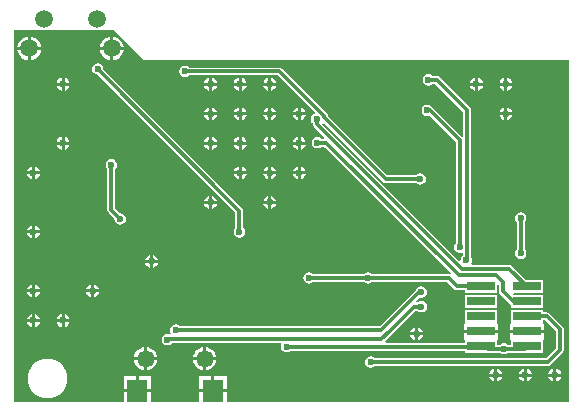
<source format=gbl>
G04 Layer_Physical_Order=2*
G04 Layer_Color=11436288*
%FSLAX25Y25*%
%MOIN*%
G70*
G01*
G75*
%ADD29C,0.01201*%
%ADD30C,0.01200*%
%ADD32C,0.02362*%
%ADD33C,0.05906*%
%ADD34C,0.05709*%
%ADD35R,0.07087X0.07480*%
%ADD36R,0.09449X0.02992*%
G36*
X143701Y214567D02*
X285433D01*
Y100394D01*
X171276D01*
Y103776D01*
X162189D01*
Y100394D01*
X146079D01*
Y103776D01*
X136992D01*
Y100394D01*
X100394D01*
X100394Y224409D01*
X133858Y224410D01*
X143701Y214567D01*
D02*
G37*
%LPC*%
G36*
X145801Y149475D02*
X145450Y149405D01*
X144728Y148923D01*
X144246Y148201D01*
X144176Y147850D01*
X145801D01*
Y149475D01*
D02*
G37*
G36*
X146801D02*
Y147850D01*
X148425D01*
X148355Y148201D01*
X147873Y148923D01*
X147152Y149405D01*
X146801Y149475D01*
D02*
G37*
G36*
X145801Y146850D02*
X144176D01*
X144246Y146499D01*
X144728Y145778D01*
X145450Y145296D01*
X145801Y145226D01*
Y146850D01*
D02*
G37*
G36*
X148425D02*
X146801D01*
Y145226D01*
X147152Y145296D01*
X147873Y145778D01*
X148355Y146499D01*
X148425Y146850D01*
D02*
G37*
G36*
X269291Y163729D02*
X268557Y163583D01*
X267935Y163167D01*
X267519Y162545D01*
X267373Y161811D01*
X267519Y161077D01*
X267935Y160455D01*
X267966Y160434D01*
Y151377D01*
X267935Y151356D01*
X267519Y150734D01*
X267373Y150000D01*
X267519Y149266D01*
X267935Y148644D01*
X268557Y148228D01*
X269291Y148082D01*
X270025Y148228D01*
X270648Y148644D01*
X271063Y149266D01*
X271209Y150000D01*
X271063Y150734D01*
X270648Y151356D01*
X270617Y151377D01*
Y160434D01*
X270648Y160455D01*
X271063Y161077D01*
X271209Y161811D01*
X271063Y162545D01*
X270648Y163167D01*
X270025Y163583D01*
X269291Y163729D01*
D02*
G37*
G36*
X128347Y213335D02*
X127612Y213189D01*
X126990Y212773D01*
X126575Y212151D01*
X126428Y211417D01*
X126575Y210683D01*
X126990Y210061D01*
X127612Y209645D01*
X128347Y209499D01*
X128382Y209507D01*
X174265Y163624D01*
Y158463D01*
X174234Y158443D01*
X173819Y157821D01*
X173673Y157087D01*
X173819Y156353D01*
X174234Y155730D01*
X174857Y155315D01*
X175591Y155169D01*
X176324Y155315D01*
X176947Y155730D01*
X177363Y156353D01*
X177508Y157087D01*
X177363Y157821D01*
X176947Y158443D01*
X176916Y158463D01*
Y164173D01*
X176815Y164681D01*
X176528Y165111D01*
X130257Y211382D01*
X130264Y211417D01*
X130118Y212151D01*
X129703Y212773D01*
X129080Y213189D01*
X128347Y213335D01*
D02*
G37*
G36*
X106431Y159317D02*
X106080Y159248D01*
X105358Y158765D01*
X104876Y158044D01*
X104806Y157693D01*
X106431D01*
Y159317D01*
D02*
G37*
G36*
Y156693D02*
X104806D01*
X104876Y156342D01*
X105358Y155620D01*
X106080Y155138D01*
X106431Y155069D01*
Y156693D01*
D02*
G37*
G36*
X109055D02*
X107431D01*
Y155069D01*
X107782Y155138D01*
X108503Y155620D01*
X108985Y156342D01*
X109055Y156693D01*
D02*
G37*
G36*
X127116Y139632D02*
Y138008D01*
X128740D01*
X128670Y138359D01*
X128188Y139080D01*
X127467Y139562D01*
X127116Y139632D01*
D02*
G37*
G36*
X106431Y137008D02*
X104806D01*
X104876Y136657D01*
X105358Y135935D01*
X106080Y135453D01*
X106431Y135383D01*
Y137008D01*
D02*
G37*
G36*
X109055D02*
X107431D01*
Y135383D01*
X107782Y135453D01*
X108503Y135935D01*
X108985Y136657D01*
X109055Y137008D01*
D02*
G37*
G36*
X261527Y136192D02*
X250678D01*
Y131800D01*
X261527D01*
Y136192D01*
D02*
G37*
G36*
X236221Y139091D02*
X235487Y138945D01*
X234864Y138529D01*
X234449Y137907D01*
X234446Y137896D01*
X224456Y127906D01*
X222286Y125735D01*
X155707D01*
X155687Y125766D01*
X155065Y126181D01*
X154331Y126327D01*
X153597Y126181D01*
X152974Y125766D01*
X152559Y125143D01*
X152413Y124409D01*
X152559Y123676D01*
X152812Y123297D01*
X152451Y122937D01*
X152309Y123032D01*
X151575Y123178D01*
X150841Y123032D01*
X150219Y122616D01*
X149803Y121994D01*
X149657Y121260D01*
X149803Y120526D01*
X150219Y119904D01*
X150841Y119488D01*
X151575Y119342D01*
X152309Y119488D01*
X152931Y119904D01*
X153031Y120053D01*
X189319D01*
X189551Y119553D01*
X189421Y118898D01*
X189567Y118164D01*
X189982Y117541D01*
X190605Y117126D01*
X191339Y116980D01*
X192073Y117126D01*
X192695Y117541D01*
X192715Y117572D01*
X250678D01*
Y116800D01*
X261527D01*
Y116883D01*
X262403D01*
X262423Y116852D01*
X263046Y116437D01*
X263779Y116291D01*
X264513Y116437D01*
X265136Y116852D01*
X265156Y116883D01*
X266032D01*
Y116800D01*
X276881D01*
Y121000D01*
X276881Y121124D01*
X277181Y121500D01*
Y121518D01*
X277181Y121568D01*
Y123496D01*
X265732D01*
Y121568D01*
X265732Y121518D01*
Y121500D01*
X266032Y121124D01*
X266032Y121000D01*
Y119534D01*
X265156D01*
X265136Y119565D01*
X264513Y119981D01*
X263779Y120127D01*
X263046Y119981D01*
X262423Y119565D01*
X262403Y119534D01*
X261880D01*
X261527Y119888D01*
Y121000D01*
X261527Y121124D01*
X261827Y121500D01*
Y121518D01*
X261827Y121568D01*
Y123496D01*
X250378D01*
Y121568D01*
X250378Y121518D01*
Y121500D01*
X250678Y121124D01*
X250678Y121000D01*
Y120223D01*
X224343D01*
X224136Y120723D01*
X226652Y123240D01*
X227243Y123830D01*
X234323Y130910D01*
X234844D01*
X234864Y130880D01*
X235487Y130464D01*
X236221Y130318D01*
X236954Y130464D01*
X237577Y130880D01*
X237992Y131502D01*
X238138Y132236D01*
X237992Y132970D01*
X237577Y133592D01*
X236954Y134008D01*
X236221Y134154D01*
X235487Y134008D01*
X234978Y133668D01*
X234724Y133716D01*
X234548Y134214D01*
X234553Y134252D01*
X235666Y135366D01*
X236221Y135255D01*
X236954Y135401D01*
X237577Y135817D01*
X237992Y136439D01*
X238138Y137173D01*
X237992Y137907D01*
X237577Y138529D01*
X236954Y138945D01*
X236221Y139091D01*
D02*
G37*
G36*
X126116Y137008D02*
X124491D01*
X124561Y136657D01*
X125043Y135935D01*
X125765Y135453D01*
X126116Y135383D01*
Y137008D01*
D02*
G37*
G36*
X107431Y139632D02*
Y138008D01*
X109055D01*
X108985Y138359D01*
X108503Y139080D01*
X107782Y139562D01*
X107431Y139632D01*
D02*
G37*
G36*
X126116D02*
X125765Y139562D01*
X125043Y139080D01*
X124561Y138359D01*
X124491Y138008D01*
X126116D01*
Y139632D01*
D02*
G37*
G36*
X128740Y137008D02*
X127116D01*
Y135383D01*
X127467Y135453D01*
X128188Y135935D01*
X128670Y136657D01*
X128740Y137008D01*
D02*
G37*
G36*
X106431Y139632D02*
X106080Y139562D01*
X105358Y139080D01*
X104876Y138359D01*
X104806Y138008D01*
X106431D01*
Y139632D01*
D02*
G37*
G36*
X107431Y159317D02*
Y157693D01*
X109055D01*
X108985Y158044D01*
X108503Y158765D01*
X107782Y159248D01*
X107431Y159317D01*
D02*
G37*
G36*
X177953Y176378D02*
X176328D01*
Y174754D01*
X176679Y174823D01*
X177401Y175305D01*
X177883Y176027D01*
X177953Y176378D01*
D02*
G37*
G36*
X185171D02*
X183546D01*
X183616Y176027D01*
X184098Y175305D01*
X184820Y174823D01*
X185171Y174754D01*
Y176378D01*
D02*
G37*
G36*
X109055D02*
X107431D01*
Y174754D01*
X107782Y174823D01*
X108503Y175305D01*
X108985Y176027D01*
X109055Y176378D01*
D02*
G37*
G36*
X175328D02*
X173704D01*
X173774Y176027D01*
X174256Y175305D01*
X174977Y174823D01*
X175328Y174754D01*
Y176378D01*
D02*
G37*
G36*
X187795D02*
X186171D01*
Y174754D01*
X186522Y174823D01*
X187243Y175305D01*
X187725Y176027D01*
X187795Y176378D01*
D02*
G37*
G36*
X106431Y179002D02*
X106080Y178932D01*
X105358Y178450D01*
X104876Y177729D01*
X104806Y177378D01*
X106431D01*
Y179002D01*
D02*
G37*
G36*
X107431D02*
Y177378D01*
X109055D01*
X108985Y177729D01*
X108503Y178450D01*
X107782Y178932D01*
X107431Y179002D01*
D02*
G37*
G36*
X195013Y176378D02*
X193389D01*
X193459Y176027D01*
X193941Y175305D01*
X194662Y174823D01*
X195013Y174754D01*
Y176378D01*
D02*
G37*
G36*
X197638D02*
X196013D01*
Y174754D01*
X196364Y174823D01*
X197086Y175305D01*
X197568Y176027D01*
X197638Y176378D01*
D02*
G37*
G36*
X106431D02*
X104806D01*
X104876Y176027D01*
X105358Y175305D01*
X106080Y174823D01*
X106431Y174754D01*
Y176378D01*
D02*
G37*
G36*
X168110Y166535D02*
X166486D01*
Y164911D01*
X166837Y164981D01*
X167558Y165463D01*
X168040Y166184D01*
X168110Y166535D01*
D02*
G37*
G36*
X185171D02*
X183546D01*
X183616Y166184D01*
X184098Y165463D01*
X184820Y164981D01*
X185171Y164911D01*
Y166535D01*
D02*
G37*
G36*
X132874Y181445D02*
X132140Y181299D01*
X131518Y180884D01*
X131102Y180261D01*
X130956Y179527D01*
X131102Y178794D01*
X131518Y178171D01*
X131548Y178151D01*
Y164468D01*
X131649Y163961D01*
X131937Y163531D01*
X133916Y161551D01*
X133909Y161516D01*
X134055Y160782D01*
X134470Y160160D01*
X135093Y159744D01*
X135827Y159598D01*
X136561Y159744D01*
X137183Y160160D01*
X137599Y160782D01*
X137745Y161516D01*
X137599Y162250D01*
X137183Y162872D01*
X136561Y163288D01*
X135827Y163434D01*
X135791Y163426D01*
X134200Y165018D01*
Y178151D01*
X134230Y178171D01*
X134646Y178794D01*
X134792Y179527D01*
X134646Y180261D01*
X134230Y180884D01*
X133608Y181299D01*
X132874Y181445D01*
D02*
G37*
G36*
X165486Y166535D02*
X163862D01*
X163931Y166184D01*
X164413Y165463D01*
X165135Y164981D01*
X165486Y164911D01*
Y166535D01*
D02*
G37*
G36*
X187795D02*
X186171D01*
Y164911D01*
X186522Y164981D01*
X187243Y165463D01*
X187725Y166184D01*
X187795Y166535D01*
D02*
G37*
G36*
X185171Y169160D02*
X184820Y169090D01*
X184098Y168608D01*
X183616Y167886D01*
X183546Y167535D01*
X185171D01*
Y169160D01*
D02*
G37*
G36*
X186171D02*
Y167535D01*
X187795D01*
X187725Y167886D01*
X187243Y168608D01*
X186522Y169090D01*
X186171Y169160D01*
D02*
G37*
G36*
X165486D02*
X165135Y169090D01*
X164413Y168608D01*
X163931Y167886D01*
X163862Y167535D01*
X165486D01*
Y169160D01*
D02*
G37*
G36*
X166486D02*
Y167535D01*
X168110D01*
X168040Y167886D01*
X167558Y168608D01*
X166837Y169090D01*
X166486Y169160D01*
D02*
G37*
G36*
X261524Y111573D02*
Y109949D01*
X263148D01*
X263078Y110300D01*
X262596Y111021D01*
X261875Y111503D01*
X261524Y111573D01*
D02*
G37*
G36*
X270366D02*
X270015Y111503D01*
X269294Y111021D01*
X268812Y110300D01*
X268742Y109949D01*
X270366D01*
Y111573D01*
D02*
G37*
G36*
X282833Y108949D02*
X281209D01*
Y107325D01*
X281560Y107394D01*
X282281Y107876D01*
X282763Y108598D01*
X282833Y108949D01*
D02*
G37*
G36*
X260524Y111573D02*
X260173Y111503D01*
X259451Y111021D01*
X258969Y110300D01*
X258899Y109949D01*
X260524D01*
Y111573D01*
D02*
G37*
G36*
X271366D02*
Y109949D01*
X272990D01*
X272921Y110300D01*
X272439Y111021D01*
X271717Y111503D01*
X271366Y111573D01*
D02*
G37*
G36*
X143791Y114406D02*
X140470D01*
X140536Y113899D01*
X140925Y112962D01*
X141542Y112157D01*
X142348Y111539D01*
X143285Y111150D01*
X143791Y111084D01*
Y114406D01*
D02*
G37*
G36*
X148113D02*
X144791D01*
Y111084D01*
X145298Y111150D01*
X146235Y111539D01*
X147040Y112157D01*
X147658Y112962D01*
X148047Y113899D01*
X148113Y114406D01*
D02*
G37*
G36*
X280209Y111573D02*
X279858Y111503D01*
X279136Y111021D01*
X278654Y110300D01*
X278584Y109949D01*
X280209D01*
Y111573D01*
D02*
G37*
G36*
X281209D02*
Y109949D01*
X282833D01*
X282763Y110300D01*
X282281Y111021D01*
X281560Y111503D01*
X281209Y111573D01*
D02*
G37*
G36*
X280209Y108949D02*
X278584D01*
X278654Y108598D01*
X279136Y107876D01*
X279858Y107394D01*
X280209Y107325D01*
Y108949D01*
D02*
G37*
G36*
X146079Y109016D02*
X142035D01*
Y104776D01*
X146079D01*
Y109016D01*
D02*
G37*
G36*
X166232D02*
X162189D01*
Y104776D01*
X166232D01*
Y109016D01*
D02*
G37*
G36*
X111614Y114905D02*
X110319Y114778D01*
X109074Y114400D01*
X107927Y113787D01*
X106921Y112961D01*
X106095Y111955D01*
X105482Y110808D01*
X105104Y109563D01*
X104977Y108268D01*
X105104Y106973D01*
X105482Y105728D01*
X106095Y104580D01*
X106921Y103574D01*
X107927Y102749D01*
X109074Y102136D01*
X110319Y101758D01*
X111614Y101630D01*
X112909Y101758D01*
X114154Y102136D01*
X115302Y102749D01*
X116308Y103574D01*
X117133Y104580D01*
X117746Y105728D01*
X118124Y106973D01*
X118252Y108268D01*
X118124Y109563D01*
X117746Y110808D01*
X117133Y111955D01*
X116308Y112961D01*
X115302Y113787D01*
X114154Y114400D01*
X112909Y114778D01*
X111614Y114905D01*
D02*
G37*
G36*
X141035Y109016D02*
X136992D01*
Y104776D01*
X141035D01*
Y109016D01*
D02*
G37*
G36*
X171276D02*
X167232D01*
Y104776D01*
X171276D01*
Y109016D01*
D02*
G37*
G36*
X270366Y108949D02*
X268742D01*
X268812Y108598D01*
X269294Y107876D01*
X270015Y107394D01*
X270366Y107325D01*
Y108949D01*
D02*
G37*
G36*
X272990D02*
X271366D01*
Y107325D01*
X271717Y107394D01*
X272439Y107876D01*
X272921Y108598D01*
X272990Y108949D01*
D02*
G37*
G36*
X260524D02*
X258899D01*
X258969Y108598D01*
X259451Y107876D01*
X260173Y107394D01*
X260524Y107325D01*
Y108949D01*
D02*
G37*
G36*
X263148D02*
X261524D01*
Y107325D01*
X261875Y107394D01*
X262596Y107876D01*
X263078Y108598D01*
X263148Y108949D01*
D02*
G37*
G36*
X163476Y114406D02*
X160155D01*
X160221Y113899D01*
X160610Y112962D01*
X161227Y112157D01*
X162033Y111539D01*
X162970Y111150D01*
X163476Y111084D01*
Y114406D01*
D02*
G37*
G36*
X109055Y127165D02*
X107431D01*
Y125541D01*
X107782Y125611D01*
X108503Y126093D01*
X108985Y126814D01*
X109055Y127165D01*
D02*
G37*
G36*
X116273D02*
X114649D01*
X114719Y126814D01*
X115201Y126093D01*
X115922Y125611D01*
X116273Y125541D01*
Y127165D01*
D02*
G37*
G36*
X261527Y131192D02*
X250678D01*
Y126992D01*
X250678Y126868D01*
X250378Y126492D01*
Y126475D01*
X250378Y126424D01*
Y124496D01*
X261827D01*
Y126424D01*
X261827Y126475D01*
Y126492D01*
X261527Y126868D01*
X261527Y126992D01*
Y131192D01*
D02*
G37*
G36*
X106431Y127165D02*
X104806D01*
X104876Y126814D01*
X105358Y126093D01*
X106080Y125611D01*
X106431Y125541D01*
Y127165D01*
D02*
G37*
G36*
X118898D02*
X117273D01*
Y125541D01*
X117624Y125611D01*
X118346Y126093D01*
X118828Y126814D01*
X118898Y127165D01*
D02*
G37*
G36*
X116273Y129790D02*
X115922Y129720D01*
X115201Y129238D01*
X114719Y128516D01*
X114649Y128165D01*
X116273D01*
Y129790D01*
D02*
G37*
G36*
X117273D02*
Y128165D01*
X118898D01*
X118828Y128516D01*
X118346Y129238D01*
X117624Y129720D01*
X117273Y129790D01*
D02*
G37*
G36*
X106431D02*
X106080Y129720D01*
X105358Y129238D01*
X104876Y128516D01*
X104806Y128165D01*
X106431D01*
Y129790D01*
D02*
G37*
G36*
X107431D02*
Y128165D01*
X109055D01*
X108985Y128516D01*
X108503Y129238D01*
X107782Y129720D01*
X107431Y129790D01*
D02*
G37*
G36*
X235146Y125353D02*
Y123728D01*
X236770D01*
X236700Y124079D01*
X236218Y124801D01*
X235497Y125283D01*
X235146Y125353D01*
D02*
G37*
G36*
X143791Y118727D02*
X143285Y118661D01*
X142348Y118272D01*
X141542Y117654D01*
X140925Y116849D01*
X140536Y115912D01*
X140470Y115405D01*
X143791D01*
Y118727D01*
D02*
G37*
G36*
X144791D02*
Y115405D01*
X148113D01*
X148047Y115912D01*
X147658Y116849D01*
X147040Y117654D01*
X146235Y118272D01*
X145298Y118661D01*
X144791Y118727D01*
D02*
G37*
G36*
X167798Y114406D02*
X164476D01*
Y111084D01*
X164982Y111150D01*
X165920Y111539D01*
X166725Y112157D01*
X167343Y112962D01*
X167731Y113899D01*
X167798Y114406D01*
D02*
G37*
G36*
X276881Y131192D02*
X266032D01*
Y126992D01*
X266032Y126868D01*
X265732Y126492D01*
Y126475D01*
X265732Y126424D01*
Y124496D01*
X277181D01*
Y126424D01*
X277181Y126475D01*
Y126492D01*
X276881Y126868D01*
X276881Y126992D01*
Y127671D01*
X277541D01*
X280958Y124254D01*
Y118266D01*
X277798Y115105D01*
X220668D01*
X220647Y115136D01*
X220025Y115552D01*
X219291Y115698D01*
X218557Y115552D01*
X217935Y115136D01*
X217519Y114514D01*
X217373Y113780D01*
X217519Y113046D01*
X217935Y112424D01*
X218557Y112008D01*
X219291Y111862D01*
X220025Y112008D01*
X220647Y112424D01*
X220668Y112454D01*
X278347D01*
X278854Y112555D01*
X279284Y112843D01*
X283221Y116779D01*
X283508Y117209D01*
X283609Y117717D01*
Y124803D01*
X283508Y125310D01*
X283221Y125740D01*
X279028Y129933D01*
X278598Y130221D01*
X278091Y130322D01*
X276881D01*
Y131192D01*
D02*
G37*
G36*
X163476Y118727D02*
X162970Y118661D01*
X162033Y118272D01*
X161227Y117654D01*
X160610Y116849D01*
X160221Y115912D01*
X160155Y115405D01*
X163476D01*
Y118727D01*
D02*
G37*
G36*
X236770Y122728D02*
X235146D01*
Y121104D01*
X235497Y121174D01*
X236218Y121656D01*
X236700Y122377D01*
X236770Y122728D01*
D02*
G37*
G36*
X234146Y125353D02*
X233795Y125283D01*
X233073Y124801D01*
X232591Y124079D01*
X232521Y123728D01*
X234146D01*
Y125353D01*
D02*
G37*
G36*
X164476Y118727D02*
Y115405D01*
X167798D01*
X167731Y115912D01*
X167343Y116849D01*
X166725Y117654D01*
X165920Y118272D01*
X164982Y118661D01*
X164476Y118727D01*
D02*
G37*
G36*
X234146Y122728D02*
X232521D01*
X232591Y122377D01*
X233073Y121656D01*
X233795Y121174D01*
X234146Y121104D01*
Y122728D01*
D02*
G37*
G36*
X177953Y205906D02*
X176328D01*
Y204281D01*
X176679Y204351D01*
X177401Y204833D01*
X177883Y205555D01*
X177953Y205906D01*
D02*
G37*
G36*
X185171D02*
X183546D01*
X183616Y205555D01*
X184098Y204833D01*
X184820Y204351D01*
X185171Y204281D01*
Y205906D01*
D02*
G37*
G36*
X168110D02*
X166486D01*
Y204281D01*
X166837Y204351D01*
X167558Y204833D01*
X168040Y205555D01*
X168110Y205906D01*
D02*
G37*
G36*
X175328D02*
X173704D01*
X173774Y205555D01*
X174256Y204833D01*
X174977Y204351D01*
X175328Y204281D01*
Y205906D01*
D02*
G37*
G36*
X187795D02*
X186171D01*
Y204281D01*
X186522Y204351D01*
X187243Y204833D01*
X187725Y205555D01*
X187795Y205906D01*
D02*
G37*
G36*
X263911D02*
X262287D01*
X262356Y205555D01*
X262839Y204833D01*
X263560Y204351D01*
X263911Y204281D01*
Y205906D01*
D02*
G37*
G36*
X266535D02*
X264911D01*
Y204281D01*
X265262Y204351D01*
X265984Y204833D01*
X266466Y205555D01*
X266535Y205906D01*
D02*
G37*
G36*
X254068D02*
X252444D01*
X252514Y205555D01*
X252996Y204833D01*
X253717Y204351D01*
X254068Y204281D01*
Y205906D01*
D02*
G37*
G36*
X256693D02*
X255068D01*
Y204281D01*
X255420Y204351D01*
X256141Y204833D01*
X256623Y205555D01*
X256693Y205906D01*
D02*
G37*
G36*
X165486D02*
X163862D01*
X163931Y205555D01*
X164413Y204833D01*
X165135Y204351D01*
X165486Y204281D01*
Y205906D01*
D02*
G37*
G36*
X186171Y198687D02*
Y197063D01*
X187795D01*
X187725Y197414D01*
X187243Y198135D01*
X186522Y198617D01*
X186171Y198687D01*
D02*
G37*
G36*
X195013D02*
X194662Y198617D01*
X193941Y198135D01*
X193459Y197414D01*
X193389Y197063D01*
X195013D01*
Y198687D01*
D02*
G37*
G36*
X176328D02*
Y197063D01*
X177953D01*
X177883Y197414D01*
X177401Y198135D01*
X176679Y198617D01*
X176328Y198687D01*
D02*
G37*
G36*
X185171D02*
X184820Y198617D01*
X184098Y198135D01*
X183616Y197414D01*
X183546Y197063D01*
X185171D01*
Y198687D01*
D02*
G37*
G36*
X196013D02*
Y197063D01*
X197638D01*
X197568Y197414D01*
X197086Y198135D01*
X196364Y198617D01*
X196013Y198687D01*
D02*
G37*
G36*
X116273Y205906D02*
X114649D01*
X114719Y205555D01*
X115201Y204833D01*
X115922Y204351D01*
X116273Y204281D01*
Y205906D01*
D02*
G37*
G36*
X118898D02*
X117273D01*
Y204281D01*
X117624Y204351D01*
X118346Y204833D01*
X118828Y205555D01*
X118898Y205906D01*
D02*
G37*
G36*
X263911Y198687D02*
X263560Y198617D01*
X262839Y198135D01*
X262356Y197414D01*
X262287Y197063D01*
X263911D01*
Y198687D01*
D02*
G37*
G36*
X264911D02*
Y197063D01*
X266535D01*
X266466Y197414D01*
X265984Y198135D01*
X265262Y198617D01*
X264911Y198687D01*
D02*
G37*
G36*
X116273Y208530D02*
X115922Y208460D01*
X115201Y207978D01*
X114719Y207257D01*
X114649Y206906D01*
X116273D01*
Y208530D01*
D02*
G37*
G36*
X109433Y217807D02*
X106012D01*
Y214386D01*
X106544Y214456D01*
X107505Y214855D01*
X108331Y215488D01*
X108965Y216314D01*
X109363Y217276D01*
X109433Y217807D01*
D02*
G37*
G36*
X132571D02*
X129150D01*
X129220Y217276D01*
X129618Y216314D01*
X130252Y215488D01*
X131077Y214855D01*
X132039Y214456D01*
X132571Y214386D01*
Y217807D01*
D02*
G37*
G36*
X264911Y208530D02*
Y206906D01*
X266535D01*
X266466Y207257D01*
X265984Y207978D01*
X265262Y208460D01*
X264911Y208530D01*
D02*
G37*
G36*
X105012Y217807D02*
X101591D01*
X101661Y217276D01*
X102059Y216314D01*
X102693Y215488D01*
X103518Y214855D01*
X104480Y214456D01*
X105012Y214386D01*
Y217807D01*
D02*
G37*
G36*
X136992D02*
X133571D01*
Y214386D01*
X134103Y214456D01*
X135064Y214855D01*
X135890Y215488D01*
X136524Y216314D01*
X136922Y217276D01*
X136992Y217807D01*
D02*
G37*
G36*
X132571Y222228D02*
X132039Y222158D01*
X131077Y221760D01*
X130252Y221127D01*
X129618Y220301D01*
X129220Y219339D01*
X129150Y218807D01*
X132571D01*
Y222228D01*
D02*
G37*
G36*
X133571D02*
Y218807D01*
X136992D01*
X136922Y219339D01*
X136524Y220301D01*
X135890Y221127D01*
X135064Y221760D01*
X134103Y222158D01*
X133571Y222228D01*
D02*
G37*
G36*
X105012D02*
X104480Y222158D01*
X103518Y221760D01*
X102693Y221127D01*
X102059Y220301D01*
X101661Y219339D01*
X101591Y218807D01*
X105012D01*
Y222228D01*
D02*
G37*
G36*
X106012D02*
Y218807D01*
X109433D01*
X109363Y219339D01*
X108965Y220301D01*
X108331Y221127D01*
X107505Y221760D01*
X106544Y222158D01*
X106012Y222228D01*
D02*
G37*
G36*
X263911Y208530D02*
X263560Y208460D01*
X262839Y207978D01*
X262356Y207257D01*
X262287Y206906D01*
X263911D01*
Y208530D01*
D02*
G37*
G36*
X166486D02*
Y206906D01*
X168110D01*
X168040Y207257D01*
X167558Y207978D01*
X166837Y208460D01*
X166486Y208530D01*
D02*
G37*
G36*
X175328D02*
X174977Y208460D01*
X174256Y207978D01*
X173774Y207257D01*
X173704Y206906D01*
X175328D01*
Y208530D01*
D02*
G37*
G36*
X117273D02*
Y206906D01*
X118898D01*
X118828Y207257D01*
X118346Y207978D01*
X117624Y208460D01*
X117273Y208530D01*
D02*
G37*
G36*
X165486D02*
X165135Y208460D01*
X164413Y207978D01*
X163931Y207257D01*
X163862Y206906D01*
X165486D01*
Y208530D01*
D02*
G37*
G36*
X176328D02*
Y206906D01*
X177953D01*
X177883Y207257D01*
X177401Y207978D01*
X176679Y208460D01*
X176328Y208530D01*
D02*
G37*
G36*
X254068D02*
X253717Y208460D01*
X252996Y207978D01*
X252514Y207257D01*
X252444Y206906D01*
X254068D01*
Y208530D01*
D02*
G37*
G36*
X255068D02*
Y206906D01*
X256693D01*
X256623Y207257D01*
X256141Y207978D01*
X255420Y208460D01*
X255068Y208530D01*
D02*
G37*
G36*
X185171D02*
X184820Y208460D01*
X184098Y207978D01*
X183616Y207257D01*
X183546Y206906D01*
X185171D01*
Y208530D01*
D02*
G37*
G36*
X186171D02*
Y206906D01*
X187795D01*
X187725Y207257D01*
X187243Y207978D01*
X186522Y208460D01*
X186171Y208530D01*
D02*
G37*
G36*
X175328Y198687D02*
X174977Y198617D01*
X174256Y198135D01*
X173774Y197414D01*
X173704Y197063D01*
X175328D01*
Y198687D01*
D02*
G37*
G36*
X185171Y186221D02*
X183546D01*
X183616Y185870D01*
X184098Y185148D01*
X184820Y184666D01*
X185171Y184596D01*
Y186221D01*
D02*
G37*
G36*
X187795D02*
X186171D01*
Y184596D01*
X186522Y184666D01*
X187243Y185148D01*
X187725Y185870D01*
X187795Y186221D01*
D02*
G37*
G36*
X175328D02*
X173704D01*
X173774Y185870D01*
X174256Y185148D01*
X174977Y184666D01*
X175328Y184596D01*
Y186221D01*
D02*
G37*
G36*
X177953D02*
X176328D01*
Y184596D01*
X176679Y184666D01*
X177401Y185148D01*
X177883Y185870D01*
X177953Y186221D01*
D02*
G37*
G36*
X195013D02*
X193389D01*
X193459Y185870D01*
X193941Y185148D01*
X194662Y184666D01*
X195013Y184596D01*
Y186221D01*
D02*
G37*
G36*
X117273Y188845D02*
Y187221D01*
X118898D01*
X118828Y187572D01*
X118346Y188293D01*
X117624Y188775D01*
X117273Y188845D01*
D02*
G37*
G36*
X165486D02*
X165135Y188775D01*
X164413Y188293D01*
X163931Y187572D01*
X163862Y187221D01*
X165486D01*
Y188845D01*
D02*
G37*
G36*
X197638Y186221D02*
X196013D01*
Y184596D01*
X196364Y184666D01*
X197086Y185148D01*
X197568Y185870D01*
X197638Y186221D01*
D02*
G37*
G36*
X116273Y188845D02*
X115922Y188775D01*
X115201Y188293D01*
X114719Y187572D01*
X114649Y187221D01*
X116273D01*
Y188845D01*
D02*
G37*
G36*
X168110Y186221D02*
X166486D01*
Y184596D01*
X166837Y184666D01*
X167558Y185148D01*
X168040Y185870D01*
X168110Y186221D01*
D02*
G37*
G36*
X185171Y179002D02*
X184820Y178932D01*
X184098Y178450D01*
X183616Y177729D01*
X183546Y177378D01*
X185171D01*
Y179002D01*
D02*
G37*
G36*
X186171D02*
Y177378D01*
X187795D01*
X187725Y177729D01*
X187243Y178450D01*
X186522Y178932D01*
X186171Y179002D01*
D02*
G37*
G36*
X175328D02*
X174977Y178932D01*
X174256Y178450D01*
X173774Y177729D01*
X173704Y177378D01*
X175328D01*
Y179002D01*
D02*
G37*
G36*
X176328D02*
Y177378D01*
X177953D01*
X177883Y177729D01*
X177401Y178450D01*
X176679Y178932D01*
X176328Y179002D01*
D02*
G37*
G36*
X195013D02*
X194662Y178932D01*
X193941Y178450D01*
X193459Y177729D01*
X193389Y177378D01*
X195013D01*
Y179002D01*
D02*
G37*
G36*
X118898Y186221D02*
X117273D01*
Y184596D01*
X117624Y184666D01*
X118346Y185148D01*
X118828Y185870D01*
X118898Y186221D01*
D02*
G37*
G36*
X165486D02*
X163862D01*
X163931Y185870D01*
X164413Y185148D01*
X165135Y184666D01*
X165486Y184596D01*
Y186221D01*
D02*
G37*
G36*
X196013Y179002D02*
Y177378D01*
X197638D01*
X197568Y177729D01*
X197086Y178450D01*
X196364Y178932D01*
X196013Y179002D01*
D02*
G37*
G36*
X116273Y186221D02*
X114649D01*
X114719Y185870D01*
X115201Y185148D01*
X115922Y184666D01*
X116273Y184596D01*
Y186221D01*
D02*
G37*
G36*
X166486Y188845D02*
Y187221D01*
X168110D01*
X168040Y187572D01*
X167558Y188293D01*
X166837Y188775D01*
X166486Y188845D01*
D02*
G37*
G36*
X187795Y196063D02*
X186171D01*
Y194439D01*
X186522Y194508D01*
X187243Y194991D01*
X187725Y195712D01*
X187795Y196063D01*
D02*
G37*
G36*
X195013D02*
X193389D01*
X193459Y195712D01*
X193941Y194991D01*
X194662Y194508D01*
X195013Y194439D01*
Y196063D01*
D02*
G37*
G36*
X177953D02*
X176328D01*
Y194439D01*
X176679Y194508D01*
X177401Y194991D01*
X177883Y195712D01*
X177953Y196063D01*
D02*
G37*
G36*
X185171D02*
X183546D01*
X183616Y195712D01*
X184098Y194991D01*
X184820Y194508D01*
X185171Y194439D01*
Y196063D01*
D02*
G37*
G36*
X197638D02*
X196013D01*
Y194439D01*
X196364Y194508D01*
X197086Y194991D01*
X197568Y195712D01*
X197638Y196063D01*
D02*
G37*
G36*
X165486Y198687D02*
X165135Y198617D01*
X164413Y198135D01*
X163931Y197414D01*
X163862Y197063D01*
X165486D01*
Y198687D01*
D02*
G37*
G36*
X166486D02*
Y197063D01*
X168110D01*
X168040Y197414D01*
X167558Y198135D01*
X166837Y198617D01*
X166486Y198687D01*
D02*
G37*
G36*
X263911Y196063D02*
X262287D01*
X262356Y195712D01*
X262839Y194991D01*
X263560Y194508D01*
X263911Y194439D01*
Y196063D01*
D02*
G37*
G36*
X266535D02*
X264911D01*
Y194439D01*
X265262Y194508D01*
X265984Y194991D01*
X266466Y195712D01*
X266535Y196063D01*
D02*
G37*
G36*
X175328D02*
X173704D01*
X173774Y195712D01*
X174256Y194991D01*
X174977Y194508D01*
X175328Y194439D01*
Y196063D01*
D02*
G37*
G36*
X185171Y188845D02*
X184820Y188775D01*
X184098Y188293D01*
X183616Y187572D01*
X183546Y187221D01*
X185171D01*
Y188845D01*
D02*
G37*
G36*
X186171D02*
Y187221D01*
X187795D01*
X187725Y187572D01*
X187243Y188293D01*
X186522Y188775D01*
X186171Y188845D01*
D02*
G37*
G36*
X175328D02*
X174977Y188775D01*
X174256Y188293D01*
X173774Y187572D01*
X173704Y187221D01*
X175328D01*
Y188845D01*
D02*
G37*
G36*
X176328D02*
Y187221D01*
X177953D01*
X177883Y187572D01*
X177401Y188293D01*
X176679Y188775D01*
X176328Y188845D01*
D02*
G37*
G36*
X195013D02*
X194662Y188775D01*
X193941Y188293D01*
X193459Y187572D01*
X193389Y187221D01*
X195013D01*
Y188845D01*
D02*
G37*
G36*
X165486Y196063D02*
X163862D01*
X163931Y195712D01*
X164413Y194991D01*
X165135Y194508D01*
X165486Y194439D01*
Y196063D01*
D02*
G37*
G36*
X168110D02*
X166486D01*
Y194439D01*
X166837Y194508D01*
X167558Y194991D01*
X168040Y195712D01*
X168110Y196063D01*
D02*
G37*
G36*
X196013Y188845D02*
Y187221D01*
X197638D01*
X197568Y187572D01*
X197086Y188293D01*
X196364Y188775D01*
X196013Y188845D01*
D02*
G37*
G36*
X157480Y212548D02*
X156746Y212402D01*
X156124Y211986D01*
X155708Y211364D01*
X155562Y210630D01*
X155708Y209896D01*
X156124Y209274D01*
X156746Y208858D01*
X157480Y208712D01*
X158214Y208858D01*
X158837Y209274D01*
X158857Y209304D01*
X188294D01*
X200668Y196931D01*
X200479Y196413D01*
X199923Y196041D01*
X199508Y195419D01*
X199362Y194685D01*
X199508Y193951D01*
X199923Y193329D01*
X199954Y193309D01*
Y193209D01*
X200055Y192701D01*
X200342Y192271D01*
X203916Y188697D01*
X203725Y188235D01*
X202951D01*
X202931Y188266D01*
X202309Y188681D01*
X201575Y188827D01*
X200841Y188681D01*
X200219Y188266D01*
X199803Y187643D01*
X199657Y186909D01*
X199803Y186176D01*
X200219Y185553D01*
X200841Y185137D01*
X201575Y184992D01*
X202309Y185137D01*
X202931Y185553D01*
X202951Y185584D01*
X203880D01*
X246152Y143312D01*
X245833Y142923D01*
X245783Y142957D01*
X245276Y143058D01*
X219881D01*
X219860Y143088D01*
X219238Y143504D01*
X218504Y143650D01*
X217770Y143504D01*
X217148Y143088D01*
X217127Y143058D01*
X200196D01*
X200175Y143088D01*
X199553Y143504D01*
X198819Y143650D01*
X198085Y143504D01*
X197463Y143088D01*
X197047Y142466D01*
X196901Y141732D01*
X197047Y140998D01*
X197463Y140376D01*
X198085Y139960D01*
X198819Y139814D01*
X199553Y139960D01*
X200175Y140376D01*
X200196Y140407D01*
X217127D01*
X217148Y140376D01*
X217770Y139960D01*
X218504Y139814D01*
X219238Y139960D01*
X219860Y140376D01*
X219881Y140407D01*
X244727D01*
X247075Y138059D01*
X247505Y137771D01*
X248012Y137671D01*
X250678D01*
Y136800D01*
X261527D01*
Y139316D01*
X262027Y139584D01*
X262060Y139562D01*
Y137402D01*
X262161Y136894D01*
X262448Y136464D01*
X265854Y133059D01*
X266032Y132939D01*
Y131800D01*
X276881D01*
Y136192D01*
X266859D01*
X266787Y136300D01*
X267054Y136800D01*
X276881D01*
Y141192D01*
X271136D01*
X266508Y145819D01*
X266078Y146107D01*
X265571Y146208D01*
X253089D01*
X252822Y146708D01*
X252953Y146904D01*
X253099Y147638D01*
X252953Y148372D01*
X252784Y148625D01*
Y197755D01*
X252683Y198262D01*
X252395Y198692D01*
X242276Y208811D01*
X241846Y209099D01*
X241339Y209200D01*
X239959D01*
X239939Y209230D01*
X239317Y209646D01*
X238583Y209792D01*
X237849Y209646D01*
X237227Y209230D01*
X236811Y208608D01*
X236665Y207874D01*
X236811Y207140D01*
X237227Y206518D01*
X237849Y206102D01*
X238583Y205956D01*
X239317Y206102D01*
X239939Y206518D01*
X239959Y206548D01*
X240789D01*
X250132Y197205D01*
Y189064D01*
X249632Y188857D01*
X239914Y198575D01*
X239753Y198683D01*
X239545Y198994D01*
X238923Y199410D01*
X238189Y199556D01*
X237455Y199410D01*
X236833Y198994D01*
X236417Y198372D01*
X236271Y197638D01*
X236417Y196904D01*
X236833Y196282D01*
X237455Y195866D01*
X238189Y195720D01*
X238881Y195858D01*
X247651Y187089D01*
Y153581D01*
X247620Y153561D01*
X247204Y152939D01*
X247058Y152205D01*
X247204Y151471D01*
X247620Y150848D01*
X248242Y150433D01*
X248976Y150287D01*
X249632Y150417D01*
X250132Y150185D01*
Y149199D01*
X249825Y148994D01*
X249409Y148372D01*
X249291Y147779D01*
X248809Y147555D01*
X203179Y193184D01*
X203213Y193282D01*
X203787Y193414D01*
X223336Y173866D01*
X223766Y173579D01*
X224273Y173478D01*
X234450D01*
X234471Y173447D01*
X235093Y173031D01*
X235827Y172885D01*
X236561Y173031D01*
X237183Y173447D01*
X237599Y174069D01*
X237745Y174803D01*
X237599Y175537D01*
X237183Y176159D01*
X236561Y176575D01*
X235827Y176721D01*
X235093Y176575D01*
X234471Y176159D01*
X234450Y176129D01*
X224822D01*
X205048Y195903D01*
X204985Y196220D01*
X204698Y196650D01*
X189781Y211567D01*
X189351Y211855D01*
X188843Y211955D01*
X158857D01*
X158837Y211986D01*
X158214Y212402D01*
X157480Y212548D01*
D02*
G37*
%LPD*%
D29*
X263386Y137402D02*
Y140551D01*
Y137402D02*
X266791Y133996D01*
X238583Y207874D02*
X241339D01*
X251458Y197755D01*
Y147915D02*
Y197755D01*
X251181Y147638D02*
X251458Y147915D01*
X238976Y197638D02*
X248976Y187638D01*
Y152205D02*
Y187638D01*
X266791Y133996D02*
X271457D01*
X175591Y157087D02*
Y164173D01*
X128347Y211417D02*
X175591Y164173D01*
X225715Y124177D02*
X233774Y132236D01*
X225715Y124177D02*
X226305Y124768D01*
X222917Y121379D02*
X225715Y124177D01*
X222835Y124409D02*
X235598Y137173D01*
X233774Y132236D02*
X236221D01*
X235598Y137173D02*
X236221D01*
X151694Y121379D02*
X222917D01*
X151575Y121260D02*
X151694Y121379D01*
X222835Y124409D02*
X225394Y126969D01*
X154331Y124409D02*
X222835D01*
X132874Y164468D02*
Y179527D01*
Y164468D02*
X135827Y161516D01*
Y161189D02*
Y161516D01*
X201575Y186909D02*
X204429D01*
X201279Y193209D02*
Y194685D01*
X265571Y144882D02*
X271457Y138996D01*
X261256Y142681D02*
X263386Y140551D01*
X201279Y193209D02*
X249606Y144882D01*
X265571D01*
X204429Y186909D02*
X248657Y142681D01*
X261256D01*
D30*
X269291Y150000D02*
Y161811D01*
X203761Y195316D02*
X224273Y174803D01*
X235827D01*
X157480Y210630D02*
X188843D01*
X203761Y195713D01*
Y195316D02*
Y195713D01*
X191339Y118898D02*
X256004D01*
X256102Y118996D01*
X258268Y118209D02*
X263779D01*
X257480Y118996D02*
X258268Y118209D01*
X256102Y118996D02*
X257480D01*
X263779Y118209D02*
X270669D01*
X271457Y118996D01*
X198819Y141732D02*
X218504D01*
X248012Y138996D02*
X256102D01*
X271457Y128996D02*
X278091D01*
X282283Y124803D01*
X219291Y113780D02*
X278347D01*
X282283Y117717D01*
Y124803D01*
X245276Y141732D02*
X248012Y138996D01*
X218504Y141732D02*
X245276D01*
D32*
X264411Y196563D02*
D03*
X254569Y206405D02*
D03*
X264411D02*
D03*
X195513Y196563D02*
D03*
Y186721D02*
D03*
Y176878D02*
D03*
X185671Y167035D02*
D03*
Y176878D02*
D03*
Y186721D02*
D03*
Y196563D02*
D03*
Y206405D02*
D03*
X175828D02*
D03*
Y196563D02*
D03*
Y186721D02*
D03*
Y176878D02*
D03*
X165986Y167035D02*
D03*
Y206405D02*
D03*
Y196563D02*
D03*
Y186721D02*
D03*
X146301Y147350D02*
D03*
X126616Y137508D02*
D03*
X116773Y127665D02*
D03*
X106931D02*
D03*
Y137508D02*
D03*
Y157193D02*
D03*
Y176878D02*
D03*
X116773Y186721D02*
D03*
Y206405D02*
D03*
X234646Y123228D02*
D03*
X280709Y109449D02*
D03*
X261024D02*
D03*
X270866D02*
D03*
X269291Y161811D02*
D03*
Y150000D02*
D03*
X238189Y197638D02*
D03*
X238583Y207874D02*
D03*
X251181Y147638D02*
D03*
X248976Y152205D02*
D03*
X235827Y174803D02*
D03*
X157480Y210630D02*
D03*
X175591Y157087D02*
D03*
X128347Y211417D02*
D03*
X236221Y132236D02*
D03*
Y137173D02*
D03*
X263779Y118209D02*
D03*
X191339Y118898D02*
D03*
X154331Y124409D02*
D03*
X151575Y121260D02*
D03*
X135827Y161516D02*
D03*
X201279Y194685D02*
D03*
X201575Y186909D02*
D03*
X132874Y179527D02*
D03*
X198819Y141732D02*
D03*
X219291Y113780D02*
D03*
X218504Y141732D02*
D03*
D33*
X105512Y218307D02*
D03*
X110433Y228150D02*
D03*
X128149D02*
D03*
X133071Y218307D02*
D03*
D34*
X163976Y114906D02*
D03*
X144291D02*
D03*
D35*
X141535Y104276D02*
D03*
X166732D02*
D03*
D36*
X271457Y138996D02*
D03*
Y133996D02*
D03*
Y128996D02*
D03*
Y123996D02*
D03*
Y118996D02*
D03*
X256102Y138996D02*
D03*
Y133996D02*
D03*
Y128996D02*
D03*
Y123996D02*
D03*
Y118996D02*
D03*
M02*

</source>
